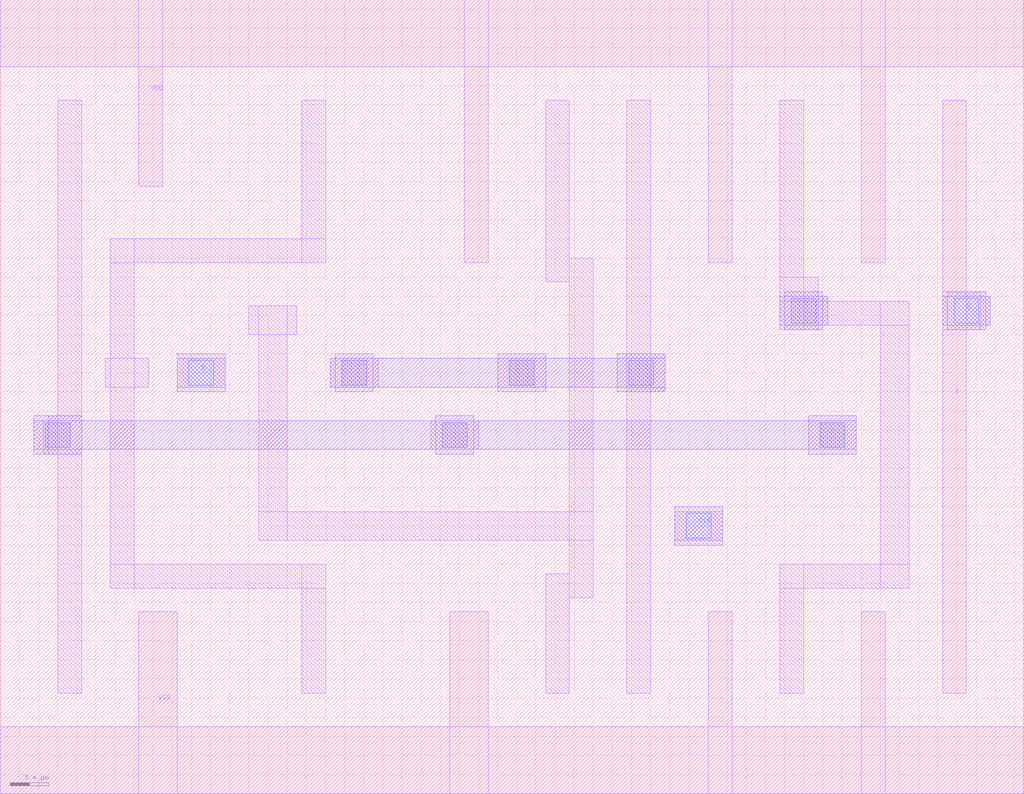
<source format=lef>
# Copyright 2022 Google LLC
# Licensed under the Apache License, Version 2.0 (the "License");
# you may not use this file except in compliance with the License.
# You may obtain a copy of the License at
#
#      http://www.apache.org/licenses/LICENSE-2.0
#
# Unless required by applicable law or agreed to in writing, software
# distributed under the License is distributed on an "AS IS" BASIS,
# WITHOUT WARRANTIES OR CONDITIONS OF ANY KIND, either express or implied.
# See the License for the specific language governing permissions and
# limitations under the License.
VERSION 5.7 ;
BUSBITCHARS "[]" ;
DIVIDERCHAR "/" ;

MACRO gf180mcu_osu_sc_gp12t3v3__dlatn_1
  CLASS CORE ;
  ORIGIN 0 0 ;
  FOREIGN gf180mcu_osu_sc_gp12t3v3__dlatn_1 0 0 ;
  SIZE 10.7 BY 8.3 ;
  SYMMETRY X Y ;
  SITE gf180mcu_osu_sc_gp12t3v3 ;
  PIN VDD
    DIRECTION INOUT ;
    USE POWER ;
    SHAPE ABUTMENT ;
    PORT
      LAYER Metal1 ;
        RECT 0 7.6 10.7 8.3 ;
        RECT 9 5.55 9.25 8.3 ;
        RECT 7.4 5.55 7.65 8.3 ;
        RECT 4.85 5.55 5.1 8.3 ;
        RECT 1.45 6.35 1.7 8.3 ;
    END
  END VDD
  PIN VSS
    DIRECTION INOUT ;
    USE GROUND ;
    SHAPE ABUTMENT ;
    PORT
      LAYER Metal1 ;
        RECT 0 0 10.7 0.7 ;
        RECT 9 0 9.25 1.9 ;
        RECT 7.4 0 7.65 1.9 ;
        RECT 4.7 0 5.1 1.9 ;
        RECT 1.45 0 1.85 1.9 ;
    END
  END VSS
  PIN CLK
    DIRECTION INPUT ;
    USE CLOCK ;
    PORT
      LAYER Metal1 ;
        RECT 7.05 2.65 7.55 2.95 ;
      LAYER Metal2 ;
        RECT 7.05 2.6 7.55 3 ;
      LAYER Via1 ;
        RECT 7.17 2.67 7.43 2.93 ;
    END
  END CLK
  PIN D
    DIRECTION INPUT ;
    USE SIGNAL ;
    PORT
      LAYER Metal1 ;
        RECT 1.85 4.25 2.35 4.55 ;
      LAYER Metal2 ;
        RECT 1.85 4.2 2.35 4.6 ;
      LAYER Via1 ;
        RECT 1.97 4.27 2.23 4.53 ;
    END
  END D
  PIN Q
    DIRECTION OUTPUT ;
    USE SIGNAL ;
    PORT
      LAYER Metal1 ;
        RECT 9.85 4.9 10.35 5.2 ;
        RECT 9.85 4.85 10.25 5.25 ;
        RECT 9.85 1.05 10.1 7.25 ;
      LAYER Metal2 ;
        RECT 9.85 4.9 10.35 5.2 ;
        RECT 9.9 4.85 10.3 5.25 ;
      LAYER Via1 ;
        RECT 9.97 4.92 10.23 5.18 ;
    END
  END Q
  OBS
    LAYER Metal2 ;
      RECT 8.45 3.55 8.95 3.95 ;
      RECT 4.55 3.55 4.95 3.95 ;
      RECT 0.35 3.55 0.85 3.95 ;
      RECT 0.35 3.6 8.95 3.9 ;
      RECT 8.2 4.85 8.6 5.25 ;
      RECT 8.15 4.9 8.65 5.2 ;
      RECT 6.45 4.2 6.95 4.6 ;
      RECT 5.2 4.2 5.7 4.6 ;
      RECT 3.5 4.2 3.9 4.6 ;
      RECT 3.45 4.25 6.95 4.55 ;
    LAYER Via1 ;
      RECT 8.57 3.62 8.83 3.88 ;
      RECT 8.27 4.92 8.53 5.18 ;
      RECT 6.57 4.27 6.83 4.53 ;
      RECT 5.32 4.27 5.58 4.53 ;
      RECT 4.62 3.62 4.88 3.88 ;
      RECT 3.57 4.27 3.83 4.53 ;
      RECT 0.47 3.62 0.73 3.88 ;
    LAYER Metal1 ;
      RECT 8.15 4.85 8.4 7.25 ;
      RECT 8.15 4.85 8.55 5.4 ;
      RECT 8.15 4.9 8.65 5.2 ;
      RECT 8.15 4.9 9.5 5.15 ;
      RECT 9.2 2.15 9.5 5.15 ;
      RECT 8.15 2.15 9.5 2.4 ;
      RECT 8.15 1.05 8.4 2.4 ;
      RECT 6.55 1.05 6.8 7.25 ;
      RECT 6.55 4.2 6.95 4.6 ;
      RECT 6.45 4.25 6.95 4.55 ;
      RECT 5.7 5.35 5.95 7.25 ;
      RECT 5.95 2.05 6.2 5.6 ;
      RECT 2.6 4.8 3.1 5.1 ;
      RECT 2.7 2.65 3 5.1 ;
      RECT 2.7 2.65 6.2 2.95 ;
      RECT 5.7 1.05 5.95 2.3 ;
      RECT 3.15 5.55 3.4 7.25 ;
      RECT 1.15 5.55 3.4 5.8 ;
      RECT 1.15 2.15 1.4 5.8 ;
      RECT 1.1 4.25 1.55 4.55 ;
      RECT 1.15 2.15 3.4 2.4 ;
      RECT 3.15 1.05 3.4 2.4 ;
      RECT 0.6 1.05 0.85 7.25 ;
      RECT 0.5 3.55 0.85 3.95 ;
      RECT 0.35 3.6 0.85 3.9 ;
      RECT 0.45 3.55 0.85 3.9 ;
      RECT 8.45 3.6 8.95 3.9 ;
      RECT 5.2 4.25 5.7 4.55 ;
      RECT 4.5 3.6 5 3.9 ;
      RECT 3.45 4.25 3.95 4.55 ;
  END
END gf180mcu_osu_sc_gp12t3v3__dlatn_1

</source>
